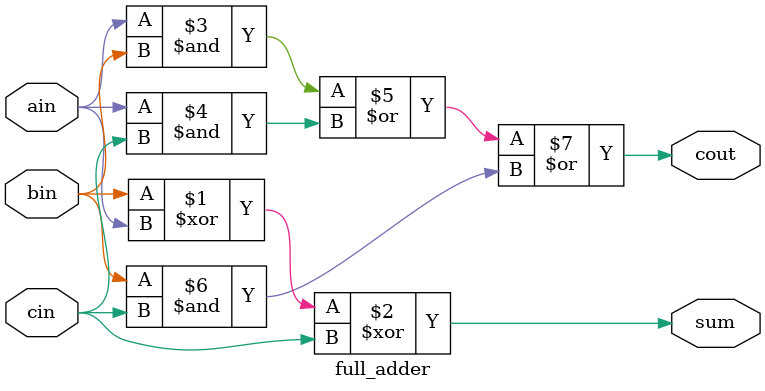
<source format=v>
`timescale 1ns / 1ps


module full_adder(
    output cout,
    output sum,
    input ain,
    input bin,
    input cin
    //input nin //nin added in this rev, this is the og carry
    );
    
    assign sum = ((bin)^ain)^cin; //nin^
    assign cout= (ain&bin)|(ain&cin)|(bin&cin);
    //(!ain&!bin&cout)|(ain&!bin&cout)|(!ain&bin&!cout)|(ain&bin&cout);
    
endmodule

</source>
